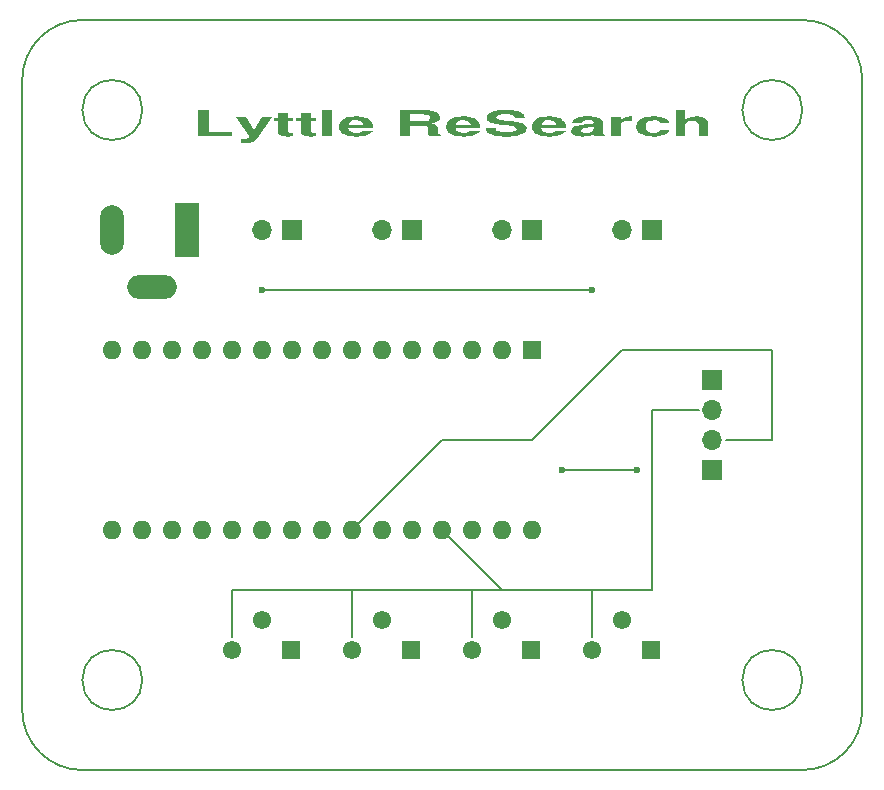
<source format=gbr>
%TF.GenerationSoftware,KiCad,Pcbnew,8.0.4*%
%TF.CreationDate,2024-08-02T12:11:38-04:00*%
%TF.ProjectId,LaserController5,4c617365-7243-46f6-9e74-726f6c6c6572,rev?*%
%TF.SameCoordinates,Original*%
%TF.FileFunction,Copper,L1,Top*%
%TF.FilePolarity,Positive*%
%FSLAX46Y46*%
G04 Gerber Fmt 4.6, Leading zero omitted, Abs format (unit mm)*
G04 Created by KiCad (PCBNEW 8.0.4) date 2024-08-02 12:11:38*
%MOMM*%
%LPD*%
G01*
G04 APERTURE LIST*
%ADD10C,0.300000*%
%TA.AperFunction,NonConductor*%
%ADD11C,0.300000*%
%TD*%
%TA.AperFunction,NonConductor*%
%ADD12C,0.200000*%
%TD*%
%TA.AperFunction,ComponentPad*%
%ADD13R,2.000000X4.600000*%
%TD*%
%TA.AperFunction,ComponentPad*%
%ADD14O,2.000000X4.200000*%
%TD*%
%TA.AperFunction,ComponentPad*%
%ADD15O,4.200000X2.000000*%
%TD*%
%TA.AperFunction,ComponentPad*%
%ADD16R,1.700000X1.700000*%
%TD*%
%TA.AperFunction,ComponentPad*%
%ADD17O,1.700000X1.700000*%
%TD*%
%TA.AperFunction,ComponentPad*%
%ADD18R,1.550000X1.550000*%
%TD*%
%TA.AperFunction,ComponentPad*%
%ADD19C,1.550000*%
%TD*%
%TA.AperFunction,ComponentPad*%
%ADD20R,1.600000X1.600000*%
%TD*%
%TA.AperFunction,ComponentPad*%
%ADD21O,1.600000X1.600000*%
%TD*%
%TA.AperFunction,ViaPad*%
%ADD22C,0.600000*%
%TD*%
%TA.AperFunction,Conductor*%
%ADD23C,0.200000*%
%TD*%
G04 APERTURE END LIST*
D10*
D11*
G36*
X122461574Y-71136468D02*
G01*
X122461574Y-72941911D01*
X124474379Y-72941911D01*
X124474379Y-73303000D01*
X121596368Y-73303000D01*
X121596368Y-71136468D01*
X122461574Y-71136468D01*
G37*
G36*
X125904372Y-73337364D02*
G01*
X125904372Y-73325568D01*
X124745757Y-71694514D01*
X125633995Y-71694514D01*
X126319951Y-72835226D01*
X126965852Y-71694514D01*
X127797010Y-71694514D01*
X126516225Y-73553812D01*
X126493193Y-73593307D01*
X126455140Y-73642546D01*
X126409076Y-73695376D01*
X126342983Y-73752822D01*
X126250855Y-73804113D01*
X126120674Y-73854891D01*
X125956445Y-73891307D01*
X125758180Y-73917484D01*
X125743147Y-73918491D01*
X125539763Y-73926305D01*
X125477778Y-73926698D01*
X125277371Y-73920074D01*
X125189376Y-73913875D01*
X125189376Y-73580997D01*
X125391747Y-73598368D01*
X125402673Y-73598436D01*
X125609800Y-73577156D01*
X125760171Y-73523038D01*
X125872687Y-73433084D01*
X125904372Y-73337364D01*
G37*
G36*
X129612540Y-71760166D02*
G01*
X129612540Y-72022776D01*
X129162914Y-72022776D01*
X129162914Y-72870103D01*
X129183254Y-72972605D01*
X129214986Y-73007563D01*
X129408557Y-73040261D01*
X129428283Y-73040390D01*
X129612540Y-73031670D01*
X129612540Y-73334800D01*
X129412251Y-73359098D01*
X129212326Y-73368123D01*
X129145890Y-73368652D01*
X128917984Y-73359561D01*
X128695487Y-73324651D01*
X128528614Y-73263559D01*
X128417365Y-73176284D01*
X128361740Y-73062826D01*
X128354787Y-72996279D01*
X128354787Y-72022776D01*
X127957233Y-72022776D01*
X127957233Y-71760166D01*
X128354787Y-71760166D01*
X128354787Y-71333425D01*
X129162914Y-71333425D01*
X129162914Y-71760166D01*
X129612540Y-71760166D01*
G37*
G36*
X131551242Y-71760166D02*
G01*
X131551242Y-72022776D01*
X131101616Y-72022776D01*
X131101616Y-72870103D01*
X131121956Y-72972605D01*
X131153688Y-73007563D01*
X131347259Y-73040261D01*
X131366985Y-73040390D01*
X131551242Y-73031670D01*
X131551242Y-73334800D01*
X131350953Y-73359098D01*
X131151028Y-73368123D01*
X131084592Y-73368652D01*
X130856686Y-73359561D01*
X130634189Y-73324651D01*
X130467316Y-73263559D01*
X130356067Y-73176284D01*
X130300442Y-73062826D01*
X130293489Y-72996279D01*
X130293489Y-72022776D01*
X129895935Y-72022776D01*
X129895935Y-71760166D01*
X130293489Y-71760166D01*
X130293489Y-71333425D01*
X131101616Y-71333425D01*
X131101616Y-71760166D01*
X131551242Y-71760166D01*
G37*
G36*
X132896117Y-71136468D02*
G01*
X132896117Y-73303000D01*
X132087990Y-73303000D01*
X132087990Y-71136468D01*
X132896117Y-71136468D01*
G37*
G36*
X135147493Y-71668346D02*
G01*
X135328507Y-71685281D01*
X135521025Y-71718492D01*
X135705604Y-71767096D01*
X135718050Y-71770937D01*
X135882451Y-71831819D01*
X136026918Y-71905857D01*
X136064533Y-71929427D01*
X136175047Y-72017684D01*
X136260924Y-72117485D01*
X136303866Y-72183830D01*
X136352449Y-72287073D01*
X136383039Y-72399332D01*
X136395185Y-72508074D01*
X136395995Y-72545944D01*
X136389986Y-72613648D01*
X134302076Y-72613648D01*
X134317019Y-72720318D01*
X134333119Y-72774702D01*
X134394705Y-72874046D01*
X134425248Y-72906520D01*
X134560812Y-72986726D01*
X134621521Y-73006025D01*
X134820848Y-73036329D01*
X134947976Y-73040390D01*
X135159646Y-73030131D01*
X135351991Y-72994067D01*
X135508850Y-72923542D01*
X135564836Y-72876258D01*
X136360946Y-72876258D01*
X136278581Y-72983136D01*
X136163671Y-73078601D01*
X136016215Y-73162655D01*
X135836214Y-73235295D01*
X135658150Y-73287258D01*
X135467435Y-73326457D01*
X135264069Y-73352894D01*
X135048053Y-73366568D01*
X134918936Y-73368652D01*
X134718642Y-73363180D01*
X134496426Y-73342166D01*
X134293996Y-73305393D01*
X134111350Y-73252860D01*
X133948491Y-73184567D01*
X133874480Y-73144510D01*
X133745159Y-73054579D01*
X133642595Y-72952890D01*
X133566786Y-72839445D01*
X133524050Y-72735926D01*
X133499896Y-72624243D01*
X133493950Y-72529018D01*
X133503387Y-72407352D01*
X133517452Y-72351039D01*
X134313092Y-72351039D01*
X135553821Y-72351039D01*
X135518473Y-72241245D01*
X135444823Y-72142899D01*
X135365558Y-72083812D01*
X135203348Y-72019649D01*
X135010161Y-71992242D01*
X134924944Y-71989950D01*
X134714261Y-72007229D01*
X134526171Y-72069291D01*
X134407696Y-72160621D01*
X134340395Y-72266408D01*
X134313092Y-72351039D01*
X133517452Y-72351039D01*
X133531698Y-72294001D01*
X133578883Y-72188965D01*
X133660418Y-72073897D01*
X133769132Y-71970802D01*
X133880489Y-71894036D01*
X134035369Y-71815074D01*
X134210104Y-71752449D01*
X134404696Y-71706160D01*
X134619143Y-71676209D01*
X134853446Y-71662595D01*
X134935960Y-71661688D01*
X135147493Y-71668346D01*
G37*
G36*
X141131022Y-71143135D02*
G01*
X141337700Y-71165614D01*
X141476075Y-71192888D01*
X141658192Y-71249128D01*
X141804397Y-71324637D01*
X141827565Y-71341632D01*
X141929206Y-71433956D01*
X141997802Y-71527305D01*
X142038433Y-71628660D01*
X142049875Y-71721698D01*
X142032541Y-71840509D01*
X141980540Y-71946898D01*
X141893871Y-72040864D01*
X141744108Y-72137227D01*
X141581171Y-72203865D01*
X141383566Y-72258082D01*
X141339885Y-72267434D01*
X141528022Y-72308403D01*
X141570206Y-72318725D01*
X141723420Y-72381813D01*
X141827565Y-72461314D01*
X141871501Y-72562663D01*
X141879637Y-72590568D01*
X141902274Y-72695351D01*
X141910681Y-72775728D01*
X141916313Y-72880592D01*
X141920820Y-72992234D01*
X141922697Y-73046032D01*
X141963403Y-73146845D01*
X142107955Y-73223498D01*
X142107955Y-73303000D01*
X141178660Y-73303000D01*
X141096802Y-73204671D01*
X141072512Y-73155281D01*
X141051460Y-73050335D01*
X141046501Y-72943051D01*
X141046476Y-72933704D01*
X141048843Y-72830341D01*
X141051483Y-72795219D01*
X141057491Y-72706485D01*
X141033149Y-72601986D01*
X140930314Y-72510041D01*
X140752164Y-72462816D01*
X140539242Y-72449576D01*
X140521745Y-72449517D01*
X139529362Y-72449517D01*
X139529362Y-73303000D01*
X138664156Y-73303000D01*
X138664156Y-72088429D01*
X139529362Y-72088429D01*
X140572816Y-72088429D01*
X140780950Y-72080134D01*
X140980124Y-72046437D01*
X141031455Y-72029444D01*
X141146365Y-71939300D01*
X141182275Y-71830796D01*
X141184669Y-71786838D01*
X141166919Y-71680763D01*
X141085507Y-71580656D01*
X141034459Y-71555002D01*
X140844444Y-71511918D01*
X140629963Y-71498061D01*
X140572816Y-71497556D01*
X139529362Y-71497556D01*
X139529362Y-72088429D01*
X138664156Y-72088429D01*
X138664156Y-71136468D01*
X140919299Y-71136468D01*
X141131022Y-71143135D01*
G37*
G36*
X144228149Y-71668346D02*
G01*
X144409163Y-71685281D01*
X144601681Y-71718492D01*
X144786260Y-71767096D01*
X144798706Y-71770937D01*
X144963107Y-71831819D01*
X145107574Y-71905857D01*
X145145189Y-71929427D01*
X145255703Y-72017684D01*
X145341580Y-72117485D01*
X145384522Y-72183830D01*
X145433105Y-72287073D01*
X145463695Y-72399332D01*
X145475841Y-72508074D01*
X145476651Y-72545944D01*
X145470642Y-72613648D01*
X143382732Y-72613648D01*
X143397675Y-72720318D01*
X143413775Y-72774702D01*
X143475361Y-72874046D01*
X143505904Y-72906520D01*
X143641468Y-72986726D01*
X143702177Y-73006025D01*
X143901504Y-73036329D01*
X144028632Y-73040390D01*
X144240302Y-73030131D01*
X144432647Y-72994067D01*
X144589506Y-72923542D01*
X144645492Y-72876258D01*
X145441602Y-72876258D01*
X145359237Y-72983136D01*
X145244327Y-73078601D01*
X145096871Y-73162655D01*
X144916870Y-73235295D01*
X144738806Y-73287258D01*
X144548091Y-73326457D01*
X144344725Y-73352894D01*
X144128709Y-73366568D01*
X143999592Y-73368652D01*
X143799298Y-73363180D01*
X143577082Y-73342166D01*
X143374652Y-73305393D01*
X143192006Y-73252860D01*
X143029147Y-73184567D01*
X142955136Y-73144510D01*
X142825815Y-73054579D01*
X142723251Y-72952890D01*
X142647442Y-72839445D01*
X142604706Y-72735926D01*
X142580552Y-72624243D01*
X142574606Y-72529018D01*
X142584043Y-72407352D01*
X142598108Y-72351039D01*
X143393748Y-72351039D01*
X144634477Y-72351039D01*
X144599129Y-72241245D01*
X144525479Y-72142899D01*
X144446214Y-72083812D01*
X144284004Y-72019649D01*
X144090817Y-71992242D01*
X144005600Y-71989950D01*
X143794917Y-72007229D01*
X143606827Y-72069291D01*
X143488352Y-72160621D01*
X143421051Y-72266408D01*
X143393748Y-72351039D01*
X142598108Y-72351039D01*
X142612354Y-72294001D01*
X142659539Y-72188965D01*
X142741074Y-72073897D01*
X142849788Y-71970802D01*
X142961145Y-71894036D01*
X143116025Y-71815074D01*
X143290760Y-71752449D01*
X143485352Y-71706160D01*
X143699799Y-71676209D01*
X143934102Y-71662595D01*
X144016616Y-71661688D01*
X144228149Y-71668346D01*
G37*
G36*
X149235890Y-71792993D02*
G01*
X148428765Y-71792993D01*
X148383714Y-71681435D01*
X148260940Y-71580455D01*
X148095522Y-71518906D01*
X147874550Y-71480438D01*
X147647970Y-71466012D01*
X147546535Y-71464730D01*
X147332919Y-71473397D01*
X147137131Y-71502621D01*
X147015796Y-71538076D01*
X146874916Y-71617289D01*
X146820289Y-71718366D01*
X146819522Y-71733495D01*
X146861330Y-71837744D01*
X146986755Y-71911475D01*
X147171221Y-71956873D01*
X147379246Y-71989491D01*
X147587066Y-72014143D01*
X147615632Y-72017134D01*
X148272547Y-72080222D01*
X148479942Y-72104962D01*
X148693692Y-72140936D01*
X148877062Y-72184567D01*
X149049427Y-72243808D01*
X149120729Y-72277180D01*
X149249009Y-72363715D01*
X149335306Y-72468102D01*
X149376770Y-72575877D01*
X149386099Y-72665965D01*
X149370081Y-72784766D01*
X149322026Y-72893433D01*
X149241933Y-72991966D01*
X149129805Y-73080365D01*
X148985639Y-73158629D01*
X148930464Y-73182466D01*
X148747033Y-73245740D01*
X148538465Y-73295923D01*
X148345456Y-73327742D01*
X148134992Y-73350470D01*
X147907072Y-73364106D01*
X147661696Y-73368652D01*
X147417982Y-73364319D01*
X147191920Y-73351321D01*
X146983509Y-73329658D01*
X146756717Y-73292223D01*
X146555342Y-73242311D01*
X146406947Y-73191185D01*
X146253722Y-73119117D01*
X146129013Y-73036014D01*
X146032820Y-72941875D01*
X145965144Y-72836700D01*
X145925984Y-72720490D01*
X145919267Y-72679301D01*
X146761441Y-72679301D01*
X146803190Y-72780350D01*
X146907843Y-72870126D01*
X147026811Y-72923446D01*
X147216611Y-72971337D01*
X147429407Y-72997624D01*
X147653700Y-73007235D01*
X147707760Y-73007563D01*
X147915498Y-73001559D01*
X148115660Y-72980802D01*
X148313255Y-72936323D01*
X148327624Y-72931653D01*
X148475451Y-72860410D01*
X148550368Y-72762292D01*
X148555942Y-72721872D01*
X148516556Y-72614507D01*
X148387720Y-72528306D01*
X148376692Y-72523889D01*
X148189887Y-72471621D01*
X147989060Y-72437981D01*
X147792630Y-72415181D01*
X147765841Y-72412588D01*
X147177020Y-72354629D01*
X146950017Y-72328657D01*
X146748924Y-72297672D01*
X146547064Y-72255187D01*
X146359553Y-72198278D01*
X146265750Y-72158184D01*
X146134567Y-72073430D01*
X146046316Y-71969768D01*
X146003913Y-71861753D01*
X145994372Y-71770937D01*
X146009053Y-71656560D01*
X146053095Y-71552318D01*
X146141586Y-71443509D01*
X146270041Y-71348494D01*
X146411954Y-71278031D01*
X146580787Y-71218766D01*
X146773348Y-71171762D01*
X146989638Y-71137021D01*
X147188005Y-71117436D01*
X147402851Y-71106366D01*
X147586591Y-71103642D01*
X147788890Y-71106910D01*
X147997399Y-71117601D01*
X148010182Y-71118516D01*
X148208138Y-71138854D01*
X148402824Y-71170242D01*
X148445789Y-71178526D01*
X148635244Y-71223574D01*
X148811432Y-71283170D01*
X148843343Y-71296496D01*
X148988022Y-71376580D01*
X149093833Y-71465860D01*
X149122732Y-71497043D01*
X149191688Y-71598768D01*
X149226939Y-71701773D01*
X149235890Y-71792993D01*
G37*
G36*
X151478253Y-71668346D02*
G01*
X151659267Y-71685281D01*
X151851786Y-71718492D01*
X152036364Y-71767096D01*
X152048810Y-71770937D01*
X152213211Y-71831819D01*
X152357678Y-71905857D01*
X152395293Y-71929427D01*
X152505808Y-72017684D01*
X152591685Y-72117485D01*
X152634627Y-72183830D01*
X152683210Y-72287073D01*
X152713800Y-72399332D01*
X152725945Y-72508074D01*
X152726755Y-72545944D01*
X152720747Y-72613648D01*
X150632837Y-72613648D01*
X150647780Y-72720318D01*
X150663880Y-72774702D01*
X150725466Y-72874046D01*
X150756009Y-72906520D01*
X150891572Y-72986726D01*
X150952282Y-73006025D01*
X151151609Y-73036329D01*
X151278737Y-73040390D01*
X151490407Y-73030131D01*
X151682751Y-72994067D01*
X151839611Y-72923542D01*
X151895597Y-72876258D01*
X152691706Y-72876258D01*
X152609342Y-72983136D01*
X152494431Y-73078601D01*
X152346976Y-73162655D01*
X152166975Y-73235295D01*
X151988910Y-73287258D01*
X151798195Y-73326457D01*
X151594830Y-73352894D01*
X151378814Y-73366568D01*
X151249697Y-73368652D01*
X151049403Y-73363180D01*
X150827187Y-73342166D01*
X150624756Y-73305393D01*
X150442111Y-73252860D01*
X150279251Y-73184567D01*
X150205241Y-73144510D01*
X150075920Y-73054579D01*
X149973355Y-72952890D01*
X149897546Y-72839445D01*
X149854811Y-72735926D01*
X149830656Y-72624243D01*
X149824711Y-72529018D01*
X149834148Y-72407352D01*
X149848212Y-72351039D01*
X150643852Y-72351039D01*
X151884581Y-72351039D01*
X151849233Y-72241245D01*
X151775584Y-72142899D01*
X151696319Y-72083812D01*
X151534109Y-72019649D01*
X151340921Y-71992242D01*
X151255705Y-71989950D01*
X151045022Y-72007229D01*
X150856931Y-72069291D01*
X150738457Y-72160621D01*
X150671156Y-72266408D01*
X150643852Y-72351039D01*
X149848212Y-72351039D01*
X149862458Y-72294001D01*
X149909643Y-72188965D01*
X149991179Y-72073897D01*
X150099893Y-71970802D01*
X150211249Y-71894036D01*
X150366129Y-71815074D01*
X150540865Y-71752449D01*
X150735456Y-71706160D01*
X150949904Y-71676209D01*
X151184207Y-71662595D01*
X151266720Y-71661688D01*
X151478253Y-71668346D01*
G37*
G36*
X154799143Y-71665988D02*
G01*
X155004551Y-71678890D01*
X155243572Y-71709472D01*
X155442755Y-71755346D01*
X155635715Y-71834191D01*
X155766429Y-71936928D01*
X155826184Y-72036320D01*
X155846103Y-72151004D01*
X155846103Y-73060906D01*
X155892167Y-73162847D01*
X156019023Y-73247935D01*
X156030360Y-73253247D01*
X156030360Y-73303000D01*
X155154138Y-73303000D01*
X155072896Y-73208805D01*
X155062010Y-73145536D01*
X154898763Y-73221361D01*
X154728968Y-73281497D01*
X154522597Y-73331829D01*
X154307314Y-73360808D01*
X154115691Y-73368652D01*
X153912783Y-73360477D01*
X153709349Y-73331739D01*
X153532214Y-73282309D01*
X153428734Y-73237860D01*
X153303359Y-73157388D01*
X153219016Y-73063689D01*
X153175704Y-72956764D01*
X153169372Y-72891646D01*
X153176154Y-72842919D01*
X153977498Y-72842919D01*
X154028388Y-72946402D01*
X154095663Y-72987560D01*
X154276227Y-73032960D01*
X154416110Y-73040390D01*
X154625746Y-73026325D01*
X154808991Y-72979344D01*
X154888768Y-72940372D01*
X154997045Y-72844724D01*
X155045549Y-72741972D01*
X155056002Y-72654681D01*
X155056002Y-72539277D01*
X154860125Y-72573851D01*
X154715527Y-72591080D01*
X154439142Y-72618265D01*
X154245333Y-72646763D01*
X154080642Y-72697253D01*
X153987571Y-72788362D01*
X153977498Y-72842919D01*
X153176154Y-72842919D01*
X153183705Y-72788663D01*
X153241930Y-72675397D01*
X153344945Y-72579312D01*
X153492749Y-72500407D01*
X153685341Y-72438682D01*
X153922723Y-72394138D01*
X154086651Y-72375658D01*
X154410101Y-72345397D01*
X154525262Y-72337703D01*
X154657446Y-72325393D01*
X154769602Y-72312057D01*
X154887767Y-72290515D01*
X154971884Y-72258715D01*
X155037976Y-72213066D01*
X155056002Y-72154081D01*
X154990238Y-72054064D01*
X154814412Y-72002933D01*
X154588350Y-71989950D01*
X154374491Y-71996976D01*
X154175511Y-72029902D01*
X154167764Y-72032521D01*
X154048406Y-72118217D01*
X154017554Y-72186907D01*
X153239470Y-72186907D01*
X153276709Y-72063809D01*
X153350875Y-71957124D01*
X153461967Y-71866852D01*
X153609986Y-71792993D01*
X153794931Y-71735547D01*
X154016803Y-71694514D01*
X154275601Y-71669894D01*
X154493933Y-71662200D01*
X154571326Y-71661688D01*
X154799143Y-71665988D01*
G37*
G36*
X156562101Y-71694514D02*
G01*
X157370227Y-71694514D01*
X157370227Y-71962253D01*
X157469849Y-71871215D01*
X157606328Y-71789458D01*
X157727725Y-71740163D01*
X157907085Y-71692342D01*
X158116328Y-71665443D01*
X158235433Y-71661688D01*
X158333570Y-71664252D01*
X158333570Y-72034573D01*
X158129036Y-72023341D01*
X158079215Y-72022776D01*
X157874966Y-72032155D01*
X157675563Y-72068171D01*
X157505932Y-72144330D01*
X157414539Y-72238872D01*
X157372996Y-72360425D01*
X157370227Y-72406946D01*
X157370227Y-73303000D01*
X156562101Y-73303000D01*
X156562101Y-71694514D01*
G37*
G36*
X160130073Y-71989950D02*
G01*
X159906825Y-72008847D01*
X159729765Y-72065540D01*
X159598896Y-72160028D01*
X159525121Y-72267639D01*
X159489196Y-72372625D01*
X159473799Y-72494409D01*
X159473158Y-72527480D01*
X159484111Y-72640833D01*
X159522616Y-72753028D01*
X159597917Y-72858655D01*
X159648402Y-72903956D01*
X159784835Y-72981632D01*
X159968490Y-73029597D01*
X160130073Y-73040390D01*
X160329468Y-73026978D01*
X160499588Y-72979353D01*
X160624424Y-72892065D01*
X160697384Y-72795036D01*
X160706877Y-72777780D01*
X161479955Y-72777780D01*
X161440176Y-72891711D01*
X161370783Y-72994745D01*
X161271777Y-73086881D01*
X161143157Y-73168120D01*
X161056364Y-73209650D01*
X160886528Y-73271605D01*
X160697716Y-73318343D01*
X160489928Y-73349864D01*
X160263165Y-73366168D01*
X160125066Y-73368652D01*
X159916333Y-73363267D01*
X159685668Y-73342591D01*
X159476619Y-73306407D01*
X159289186Y-73254715D01*
X159123369Y-73187516D01*
X159048566Y-73148101D01*
X158918224Y-73058926D01*
X158814850Y-72957202D01*
X158738442Y-72842927D01*
X158695370Y-72738111D01*
X158671024Y-72624580D01*
X158665032Y-72527480D01*
X158674469Y-72403292D01*
X158702779Y-72288145D01*
X158749964Y-72182039D01*
X158816023Y-72084975D01*
X158920208Y-71980431D01*
X159051570Y-71888907D01*
X159207471Y-71811688D01*
X159385270Y-71750445D01*
X159584966Y-71705179D01*
X159806560Y-71675889D01*
X160007949Y-71663685D01*
X160136082Y-71661688D01*
X160346821Y-71667205D01*
X160572927Y-71687591D01*
X160777757Y-71722996D01*
X160961312Y-71773423D01*
X161079397Y-71818638D01*
X161221782Y-71892872D01*
X161333501Y-71978690D01*
X161414551Y-72076093D01*
X161464934Y-72185080D01*
X161479955Y-72252560D01*
X160706877Y-72252560D01*
X160640655Y-72150667D01*
X160531472Y-72062447D01*
X160507600Y-72050473D01*
X160324567Y-72001535D01*
X160130073Y-71989950D01*
G37*
G36*
X163936378Y-72320264D02*
G01*
X163912659Y-72204348D01*
X163827462Y-72106735D01*
X163657552Y-72041369D01*
X163440688Y-72022776D01*
X163235893Y-72037505D01*
X163050463Y-72086312D01*
X162993064Y-72112023D01*
X162873268Y-72199243D01*
X162820558Y-72304724D01*
X162817819Y-72338216D01*
X162817819Y-73303000D01*
X162009693Y-73303000D01*
X162009693Y-71136468D01*
X162817819Y-71136468D01*
X162817819Y-71925836D01*
X162951764Y-71836067D01*
X163102748Y-71764871D01*
X163300431Y-71705282D01*
X163521308Y-71670974D01*
X163729089Y-71661688D01*
X163930041Y-71669802D01*
X164077575Y-71687333D01*
X164271315Y-71728931D01*
X164401026Y-71770937D01*
X164543475Y-71843642D01*
X164646553Y-71938588D01*
X164652376Y-71945840D01*
X164712026Y-72047381D01*
X164740096Y-72153433D01*
X164744505Y-72220759D01*
X164744505Y-73303000D01*
X163936378Y-73303000D01*
X163936378Y-72320264D01*
G37*
D12*
X172720000Y-71120000D02*
G75*
G02*
X167640000Y-71120000I-2540000J0D01*
G01*
X167640000Y-71120000D02*
G75*
G02*
X172720000Y-71120000I2540000J0D01*
G01*
X116840000Y-71120000D02*
G75*
G02*
X111760000Y-71120000I-2540000J0D01*
G01*
X111760000Y-71120000D02*
G75*
G02*
X116840000Y-71120000I2540000J0D01*
G01*
X116840000Y-119380000D02*
G75*
G02*
X111760000Y-119380000I-2540000J0D01*
G01*
X111760000Y-119380000D02*
G75*
G02*
X116840000Y-119380000I2540000J0D01*
G01*
X111760000Y-127000000D02*
G75*
G02*
X106680000Y-121920000I0J5080000D01*
G01*
X177800000Y-121920000D02*
G75*
G02*
X172720000Y-127000000I-5080000J0D01*
G01*
X172720000Y-63500000D02*
G75*
G02*
X177800000Y-68580000I0J-5080000D01*
G01*
X106680000Y-68580000D02*
G75*
G02*
X111760000Y-63500000I5080000J0D01*
G01*
X172720000Y-119380000D02*
G75*
G02*
X167640000Y-119380000I-2540000J0D01*
G01*
X167640000Y-119380000D02*
G75*
G02*
X172720000Y-119380000I2540000J0D01*
G01*
X106680000Y-121920000D02*
X106680000Y-68580000D01*
X172720000Y-127000000D02*
X111760000Y-127000000D01*
X177800000Y-68580000D02*
X177800000Y-121920000D01*
X111760000Y-63500000D02*
X172720000Y-63500000D01*
D13*
%TO.P,DC12v, *%
%TO.N,N/C*%
X120600000Y-81280000D03*
D14*
X114300000Y-81280000D03*
D15*
X117700000Y-86080000D03*
%TD*%
D16*
%TO.P,REF\u002A\u002A,1*%
%TO.N,N/C*%
X165100000Y-93980000D03*
D17*
%TO.P,REF\u002A\u002A,2*%
X165100000Y-96520000D03*
%TD*%
D16*
%TO.P,,1*%
%TO.N,N/C*%
X165100000Y-93980000D03*
%TD*%
%TO.P,REF\u002A\u002A,1*%
%TO.N,N/C*%
X165100000Y-101600000D03*
D17*
%TO.P,REF\u002A\u002A,2*%
X165100000Y-99060000D03*
%TD*%
D16*
%TO.P,,1*%
%TO.N,N/C*%
X165100000Y-101600000D03*
%TD*%
D17*
%TO.P,REF\u002A\u002A,2*%
%TO.N,N/C*%
X157480000Y-81280000D03*
D16*
%TO.P,REF\u002A\u002A,1*%
X160020000Y-81280000D03*
%TD*%
%TO.P,,1*%
%TO.N,N/C*%
X160020000Y-81280000D03*
%TD*%
D17*
%TO.P,REF\u002A\u002A,2*%
%TO.N,N/C*%
X147320000Y-81280000D03*
D16*
%TO.P,REF\u002A\u002A,1*%
X149860000Y-81280000D03*
%TD*%
%TO.P,,1*%
%TO.N,N/C*%
X149860000Y-81280000D03*
%TD*%
%TO.P,REF\u002A\u002A,1*%
%TO.N,N/C*%
X139700000Y-81280000D03*
D17*
%TO.P,REF\u002A\u002A,2*%
X137160000Y-81280000D03*
%TD*%
D16*
%TO.P,,1*%
%TO.N,N/C*%
X139700000Y-81280000D03*
%TD*%
%TO.P,,1*%
%TO.N,N/C*%
X129540000Y-81280000D03*
%TD*%
%TO.P,REF\u002A\u002A,1*%
%TO.N,N/C*%
X129540000Y-81280000D03*
D17*
%TO.P,REF\u002A\u002A,2*%
X127000000Y-81280000D03*
%TD*%
D18*
%TO.P,REF\u002A\u002A, *%
%TO.N,N/C*%
X159940000Y-116840000D03*
D19*
X157440000Y-114340000D03*
X154940000Y-116840000D03*
%TD*%
D18*
%TO.P,REF\u002A\u002A, *%
%TO.N,N/C*%
X149780000Y-116840000D03*
D19*
X147280000Y-114340000D03*
X144780000Y-116840000D03*
%TD*%
D18*
%TO.P,REF\u002A\u002A, *%
%TO.N,N/C*%
X139620000Y-116840000D03*
D19*
X137120000Y-114340000D03*
X134620000Y-116840000D03*
%TD*%
D18*
%TO.P,REF\u002A\u002A, *%
%TO.N,N/C*%
X129460000Y-116840000D03*
D19*
X126960000Y-114340000D03*
X124460000Y-116840000D03*
%TD*%
D20*
%TO.P,U1, *%
%TO.N,N/C*%
X149860000Y-91440000D03*
D21*
%TO.P,U1, ,D0/RX*%
%TO.N,unconnected-(U1-D0{slash}RX-Pad2)*%
X147320000Y-91440000D03*
%TO.P,U1, ,~{RESET}*%
%TO.N,unconnected-(U1-~{RESET}-Pad3)*%
X144780000Y-91440000D03*
%TO.P,U1, ,GND*%
%TO.N,Net-(J2-Pin_2)*%
X142240000Y-91440000D03*
%TO.P,U1, ,D2*%
%TO.N,Net-(J5-Pin_1)*%
X139700000Y-91440000D03*
%TO.P,U1, ,D3*%
%TO.N,Net-(J4-Pin_1)*%
X137160000Y-91440000D03*
%TO.P,U1, ,D4*%
%TO.N,Net-(J3-Pin_1)*%
X134620000Y-91440000D03*
%TO.P,U1, ,D5*%
%TO.N,unconnected-(U1-D5-Pad8)*%
X132080000Y-91440000D03*
%TO.P,U1, ,D6*%
%TO.N,unconnected-(U1-D6-Pad9)*%
X129540000Y-91440000D03*
%TO.P,U1, ,D7*%
%TO.N,unconnected-(U1-D7-Pad10)*%
X127000000Y-91440000D03*
%TO.P,U1, ,D8*%
%TO.N,unconnected-(U1-D8-Pad11)*%
X124460000Y-91440000D03*
%TO.P,U1, ,D9*%
%TO.N,unconnected-(U1-D9-Pad12)*%
X121920000Y-91440000D03*
%TO.P,U1, ,D10*%
%TO.N,unconnected-(U1-D7-Pad10)*%
X119380000Y-91440000D03*
%TO.P,U1, ,D11*%
%TO.N,unconnected-(U1-D11-Pad14)*%
X116840000Y-91440000D03*
%TO.P,U1, ,D12*%
%TO.N,unconnected-(U1-D12-Pad15)*%
X114300000Y-91440000D03*
%TO.P,U1, ,D13*%
%TO.N,unconnected-(U1-D13-Pad16)*%
X114300000Y-106680000D03*
%TO.P,U1, ,3V3*%
%TO.N,unconnected-(U1-3V3-Pad17)*%
X116840000Y-106680000D03*
%TO.P,U1, ,AREF*%
%TO.N,unconnected-(U1-AREF-Pad18)*%
X119380000Y-106680000D03*
%TO.P,U1, ,A0*%
%TO.N,unconnected-(U1-A0-Pad19)*%
X121920000Y-106680000D03*
%TO.P,U1, ,A1*%
%TO.N,unconnected-(U1-A1-Pad20)*%
X124460000Y-106680000D03*
%TO.P,U1, ,A2*%
%TO.N,unconnected-(U1-A2-Pad21)*%
X127000000Y-106680000D03*
%TO.P,U1, ,A3*%
%TO.N,unconnected-(U1-A3-Pad22)*%
X129540000Y-106680000D03*
%TO.P,U1, ,A4*%
%TO.N,Net-(J1-Pin_1)*%
X132080000Y-106680000D03*
%TO.P,U1, ,A5*%
%TO.N,Net-(J1-Pin_2)*%
X134620000Y-106680000D03*
%TO.P,U1, ,A6*%
%TO.N,unconnected-(U1-A6-Pad25)*%
X137160000Y-106680000D03*
%TO.P,U1, ,A7*%
%TO.N,unconnected-(U1-A7-Pad26)*%
X139700000Y-106680000D03*
%TO.P,U1, ,+5V*%
%TO.N,Net-(J1-Pin_3)*%
X142240000Y-106680000D03*
%TO.P,U1, ,~{RESET}*%
%TO.N,unconnected-(U1-~{RESET}-Pad28)*%
X144780000Y-106680000D03*
%TO.P,U1, ,GND*%
%TO.N,Net-(J1-Pin_4)*%
X147320000Y-106680000D03*
%TO.P,U1, ,VIN*%
%TO.N,Net-(J2-Pin_1)*%
X149860000Y-106680000D03*
%TD*%
D22*
%TO.N,Net-(J1-Pin_1)*%
X158740817Y-101558757D03*
X152400000Y-101600000D03*
%TO.N,Net-(J2-Pin_1)*%
X127000000Y-86360000D03*
X154940000Y-86360000D03*
%TD*%
D23*
%TO.N,Net-(J1-Pin_1)*%
X152400000Y-101600000D02*
X158699574Y-101600000D01*
X158699574Y-101600000D02*
X158740817Y-101558757D01*
%TO.N,Net-(J1-Pin_2)*%
X170180000Y-99060000D02*
X166250000Y-99060000D01*
X157480000Y-91440000D02*
X170180000Y-91440000D01*
X134620000Y-106680000D02*
X142240000Y-99060000D01*
X142240000Y-99060000D02*
X149860000Y-99060000D01*
X149860000Y-99060000D02*
X157480000Y-91440000D01*
X170180000Y-91440000D02*
X170180000Y-99060000D01*
%TO.N,Net-(J1-Pin_3)*%
X124460000Y-111760000D02*
X124460000Y-115765000D01*
X134620000Y-111760000D02*
X124460000Y-111760000D01*
X134620000Y-111760000D02*
X134620000Y-115765000D01*
X144780000Y-111760000D02*
X134620000Y-111760000D01*
X154940000Y-111760000D02*
X154940000Y-115765000D01*
X149860000Y-111760000D02*
X154940000Y-111760000D01*
X154940000Y-111760000D02*
X160020000Y-111760000D01*
X144780000Y-111760000D02*
X144780000Y-115765000D01*
X147320000Y-111760000D02*
X149860000Y-111760000D01*
X149860000Y-111760000D02*
X144780000Y-111760000D01*
X142240000Y-106680000D02*
X147320000Y-111760000D01*
X160020000Y-96520000D02*
X163950000Y-96520000D01*
X160020000Y-111760000D02*
X160020000Y-96520000D01*
%TO.N,Net-(J2-Pin_1)*%
X154940000Y-86360000D02*
X127000000Y-86360000D01*
%TD*%
M02*

</source>
